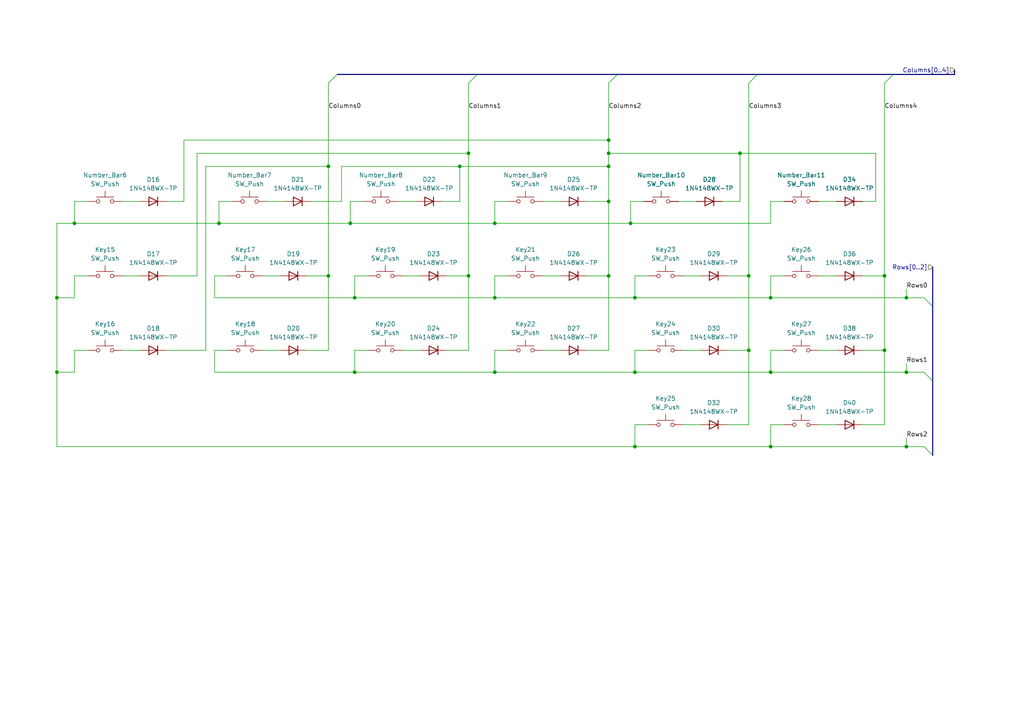
<source format=kicad_sch>
(kicad_sch (version 20250114) (generator "eeschema") (generator_version "9.0")
  (paper "A4")
  (title_block (title "Port Plover") (date "2025-07-28") (rev "0.1") (company "https://github.com/Bennett-Petzold/port_plover") (comment 1 "NO WARRANTY. See license.") (comment 2 "https://creativecommons.org/licenses/by-sa/4.0/") (comment 3 "© 2025. This work is openly licensed via CC BY-SA 4.0."))
  (lib_symbols
    (symbol "Diode:1N4148W" (pin_numbers (hide yes)) (pin_names (hide yes))
      (property "Reference" "D" (at 0 2.54 0))
      (property "Value" "1N4148W" (at 0 -2.54 0))
      (symbol "1N4148W_0_1"
        (polyline (pts (xy -1.27 1.27) (xy -1.27 -1.27)) (stroke (width 0.254)))
        (polyline (pts (xy 1.27 1.27) (xy 1.27 -1.27) (xy -1.27 0) (xy 1.27 1.27)) (stroke (width 0.254)))
        (polyline (pts (xy 1.27 0) (xy -1.27 0)))
      )
      (symbol "1N4148W_1_1"
        (pin passive line (at -3.81 0 0) (length 2.54) (name "K") (number "1"))
        (pin passive line (at 3.81 0 180) (length 2.54) (name "A") (number "2"))
      )
    )
    (symbol "Switch:SW_Push" (pin_numbers (hide yes)) (pin_names (offset 1.016) (hide yes))
      (property "Reference" "SW" (at 1.27 2.54 0))
      (property "Value" "SW_Push" (at 0 -1.524 0))
      (symbol "SW_Push_0_1"
        (circle (center -2.032 0) (radius 0.508))
        (polyline (pts (xy 0 1.27) (xy 0 3.048)))
        (circle (center 2.032 0) (radius 0.508))
        (polyline (pts (xy 2.54 1.27) (xy -2.54 1.27)))
        (pin passive line (at -5.08 0 0) (length 2.54) (name "1") (number "1"))
        (pin passive line (at 5.08 0 180) (length 2.54) (name "2") (number "2"))
      )
    )
  )
  (junction (at 102.87 107.95))
  (junction (at 262.89 129.54))
  (junction (at 217.17 80.01))
  (junction (at 217.17 101.6))
  (junction (at 176.53 48.26))
  (junction (at 95.25 80.01))
  (junction (at 184.15 129.54))
  (junction (at 133.35 48.26))
  (junction (at 95.25 48.26))
  (junction (at 176.53 58.42))
  (junction (at 223.52 107.95))
  (junction (at 262.89 107.95))
  (junction (at 101.6 64.77))
  (junction (at 176.53 80.01))
  (junction (at 184.15 86.36))
  (junction (at 16.51 86.36))
  (junction (at 256.54 101.6))
  (junction (at 223.52 86.36))
  (junction (at 184.15 107.95))
  (junction (at 143.51 107.95))
  (junction (at 16.51 107.95))
  (junction (at 223.52 129.54))
  (junction (at 21.59 64.77))
  (junction (at 214.63 44.45))
  (junction (at 102.87 86.36))
  (junction (at 262.89 86.36))
  (junction (at 176.53 40.64))
  (junction (at 143.51 64.77))
  (junction (at 182.88 64.77))
  (junction (at 63.5 64.77))
  (junction (at 143.51 86.36))
  (junction (at 135.89 80.01))
  (junction (at 135.89 44.45))
  (junction (at 176.53 44.45))
  (junction (at 256.54 80.01))
  (bus_entry (at 95.25 24.13) (size 2.54 -2.54))
  (bus_entry (at 217.17 24.13) (size 2.54 -2.54))
  (bus_entry (at 267.97 86.36) (size 2.54 2.54))
  (bus_entry (at 256.54 24.13) (size 2.54 -2.54))
  (bus_entry (at 135.89 24.13) (size 2.54 -2.54))
  (bus_entry (at 267.97 129.54) (size 2.54 2.54))
  (bus_entry (at 267.97 107.95) (size 2.54 2.54))
  (bus_entry (at 176.53 24.13) (size 2.54 -2.54))
  (wire (pts (xy 63.5 58.42) (xy 63.5 64.77)))
  (wire (pts (xy 135.89 80.01) (xy 129.54 80.01)))
  (wire (pts (xy 176.53 44.45) (xy 176.53 48.26)))
  (wire (pts (xy 102.87 86.36) (xy 143.51 86.36)))
  (wire (pts (xy 176.53 40.64) (xy 176.53 44.45)))
  (wire (pts (xy 21.59 64.77) (xy 16.51 64.77)))
  (wire (pts (xy 223.52 129.54) (xy 262.89 129.54)))
  (wire (pts (xy 81.28 101.6) (xy 76.2 101.6)))
  (wire (pts (xy 99.06 48.26) (xy 133.35 48.26)))
  (wire (pts (xy 16.51 107.95) (xy 16.51 129.54)))
  (wire (pts (xy 53.34 58.42) (xy 48.26 58.42)))
  (wire (pts (xy 217.17 123.19) (xy 217.17 101.6)))
  (wire (pts (xy 120.65 58.42) (xy 115.57 58.42)))
  (wire (pts (xy 256.54 24.13) (xy 256.54 80.01)))
  (wire (pts (xy 59.69 48.26) (xy 95.25 48.26)))
  (wire (pts (xy 176.53 44.45) (xy 214.63 44.45)))
  (wire (pts (xy 147.32 58.42) (xy 143.51 58.42)))
  (wire (pts (xy 62.23 107.95) (xy 102.87 107.95)))
  (wire (pts (xy 184.15 123.19) (xy 184.15 129.54)))
  (bus (pts (xy 270.51 77.47) (xy 270.51 88.9)))
  (wire (pts (xy 53.34 40.64) (xy 176.53 40.64)))
  (wire (pts (xy 25.4 80.01) (xy 21.59 80.01)))
  (bus (pts (xy 276.86 20.32) (xy 276.86 21.59)))
  (wire (pts (xy 105.41 58.42) (xy 101.6 58.42)))
  (wire (pts (xy 217.17 101.6) (xy 210.82 101.6)))
  (wire (pts (xy 53.34 58.42) (xy 53.34 40.64)))
  (wire (pts (xy 242.57 58.42) (xy 237.49 58.42)))
  (wire (pts (xy 143.51 58.42) (xy 143.51 64.77)))
  (wire (pts (xy 203.2 101.6) (xy 198.12 101.6)))
  (wire (pts (xy 57.15 44.45) (xy 135.89 44.45)))
  (wire (pts (xy 217.17 123.19) (xy 210.82 123.19)))
  (wire (pts (xy 101.6 58.42) (xy 101.6 64.77)))
  (wire (pts (xy 184.15 86.36) (xy 223.52 86.36)))
  (wire (pts (xy 256.54 101.6) (xy 256.54 80.01)))
  (wire (pts (xy 16.51 129.54) (xy 184.15 129.54)))
  (wire (pts (xy 25.4 58.42) (xy 21.59 58.42)))
  (wire (pts (xy 210.82 80.01) (xy 217.17 80.01)))
  (wire (pts (xy 227.33 80.01) (xy 223.52 80.01)))
  (wire (pts (xy 262.89 83.82) (xy 262.89 86.36)))
  (wire (pts (xy 63.5 64.77) (xy 21.59 64.77)))
  (wire (pts (xy 143.51 64.77) (xy 101.6 64.77)))
  (wire (pts (xy 128.27 58.42) (xy 133.35 58.42)))
  (wire (pts (xy 209.55 58.42) (xy 214.63 58.42)))
  (wire (pts (xy 184.15 101.6) (xy 184.15 107.95)))
  (wire (pts (xy 203.2 80.01) (xy 198.12 80.01)))
  (wire (pts (xy 66.04 101.6) (xy 62.23 101.6)))
  (wire (pts (xy 95.25 48.26) (xy 95.25 80.01)))
  (wire (pts (xy 57.15 80.01) (xy 57.15 44.45)))
  (wire (pts (xy 217.17 101.6) (xy 217.17 80.01)))
  (wire (pts (xy 66.04 80.01) (xy 62.23 80.01)))
  (wire (pts (xy 143.51 86.36) (xy 184.15 86.36)))
  (wire (pts (xy 182.88 64.77) (xy 223.52 64.77)))
  (wire (pts (xy 176.53 58.42) (xy 176.53 80.01)))
  (wire (pts (xy 95.25 24.13) (xy 95.25 48.26)))
  (wire (pts (xy 256.54 123.19) (xy 250.19 123.19)))
  (wire (pts (xy 90.17 58.42) (xy 99.06 58.42)))
  (bus (pts (xy 97.79 21.59) (xy 138.43 21.59)))
  (wire (pts (xy 16.51 107.95) (xy 21.59 107.95)))
  (wire (pts (xy 95.25 101.6) (xy 88.9 101.6)))
  (wire (pts (xy 182.88 58.42) (xy 182.88 64.77)))
  (wire (pts (xy 40.64 101.6) (xy 35.56 101.6)))
  (wire (pts (xy 184.15 129.54) (xy 223.52 129.54)))
  (wire (pts (xy 223.52 101.6) (xy 223.52 107.95)))
  (wire (pts (xy 62.23 86.36) (xy 102.87 86.36)))
  (wire (pts (xy 223.52 107.95) (xy 262.89 107.95)))
  (wire (pts (xy 25.4 101.6) (xy 21.59 101.6)))
  (wire (pts (xy 95.25 80.01) (xy 88.9 80.01)))
  (wire (pts (xy 176.53 24.13) (xy 176.53 40.64)))
  (wire (pts (xy 106.68 80.01) (xy 102.87 80.01)))
  (wire (pts (xy 176.53 101.6) (xy 176.53 80.01)))
  (wire (pts (xy 16.51 64.77) (xy 16.51 86.36)))
  (wire (pts (xy 143.51 101.6) (xy 143.51 107.95)))
  (wire (pts (xy 62.23 101.6) (xy 62.23 107.95)))
  (wire (pts (xy 187.96 80.01) (xy 184.15 80.01)))
  (wire (pts (xy 187.96 101.6) (xy 184.15 101.6)))
  (wire (pts (xy 223.52 123.19) (xy 223.52 129.54)))
  (wire (pts (xy 40.64 58.42) (xy 35.56 58.42)))
  (wire (pts (xy 59.69 101.6) (xy 59.69 48.26)))
  (wire (pts (xy 133.35 58.42) (xy 133.35 48.26)))
  (wire (pts (xy 254 44.45) (xy 254 58.42)))
  (wire (pts (xy 201.93 58.42) (xy 196.85 58.42)))
  (wire (pts (xy 223.52 58.42) (xy 223.52 64.77)))
  (wire (pts (xy 242.57 80.01) (xy 237.49 80.01)))
  (wire (pts (xy 16.51 86.36) (xy 21.59 86.36)))
  (wire (pts (xy 262.89 105.41) (xy 262.89 107.95)))
  (wire (pts (xy 135.89 44.45) (xy 135.89 80.01)))
  (wire (pts (xy 133.35 48.26) (xy 176.53 48.26)))
  (wire (pts (xy 95.25 101.6) (xy 95.25 80.01)))
  (wire (pts (xy 162.56 58.42) (xy 157.48 58.42)))
  (wire (pts (xy 21.59 80.01) (xy 21.59 86.36)))
  (wire (pts (xy 187.96 123.19) (xy 184.15 123.19)))
  (wire (pts (xy 81.28 80.01) (xy 76.2 80.01)))
  (wire (pts (xy 106.68 101.6) (xy 102.87 101.6)))
  (wire (pts (xy 184.15 80.01) (xy 184.15 86.36)))
  (wire (pts (xy 262.89 86.36) (xy 267.97 86.36)))
  (wire (pts (xy 102.87 101.6) (xy 102.87 107.95)))
  (wire (pts (xy 262.89 127) (xy 262.89 129.54)))
  (wire (pts (xy 256.54 123.19) (xy 256.54 101.6)))
  (wire (pts (xy 121.92 101.6) (xy 116.84 101.6)))
  (wire (pts (xy 250.19 80.01) (xy 256.54 80.01)))
  (wire (pts (xy 223.52 80.01) (xy 223.52 86.36)))
  (wire (pts (xy 135.89 24.13) (xy 135.89 44.45)))
  (wire (pts (xy 162.56 80.01) (xy 157.48 80.01)))
  (wire (pts (xy 256.54 101.6) (xy 250.19 101.6)))
  (wire (pts (xy 121.92 80.01) (xy 116.84 80.01)))
  (bus (pts (xy 276.86 21.59) (xy 259.08 21.59)))
  (bus (pts (xy 138.43 21.59) (xy 179.07 21.59)))
  (wire (pts (xy 262.89 107.95) (xy 267.97 107.95)))
  (wire (pts (xy 67.31 58.42) (xy 63.5 58.42)))
  (wire (pts (xy 242.57 101.6) (xy 237.49 101.6)))
  (wire (pts (xy 184.15 107.95) (xy 223.52 107.95)))
  (wire (pts (xy 57.15 80.01) (xy 48.26 80.01)))
  (wire (pts (xy 21.59 101.6) (xy 21.59 107.95)))
  (wire (pts (xy 143.51 80.01) (xy 143.51 86.36)))
  (wire (pts (xy 48.26 101.6) (xy 59.69 101.6)))
  (wire (pts (xy 214.63 44.45) (xy 214.63 58.42)))
  (wire (pts (xy 176.53 101.6) (xy 170.18 101.6)))
  (wire (pts (xy 147.32 80.01) (xy 143.51 80.01)))
  (wire (pts (xy 186.69 58.42) (xy 182.88 58.42)))
  (wire (pts (xy 176.53 80.01) (xy 170.18 80.01)))
  (wire (pts (xy 262.89 129.54) (xy 267.97 129.54)))
  (bus (pts (xy 179.07 21.59) (xy 219.71 21.59)))
  (wire (pts (xy 102.87 80.01) (xy 102.87 86.36)))
  (wire (pts (xy 223.52 86.36) (xy 262.89 86.36)))
  (wire (pts (xy 101.6 64.77) (xy 63.5 64.77)))
  (wire (pts (xy 143.51 64.77) (xy 182.88 64.77)))
  (wire (pts (xy 214.63 44.45) (xy 254 44.45)))
  (wire (pts (xy 203.2 123.19) (xy 198.12 123.19)))
  (wire (pts (xy 254 58.42) (xy 250.19 58.42)))
  (bus (pts (xy 270.51 110.49) (xy 270.51 132.08)))
  (wire (pts (xy 170.18 58.42) (xy 176.53 58.42)))
  (wire (pts (xy 176.53 48.26) (xy 176.53 58.42)))
  (wire (pts (xy 162.56 101.6) (xy 157.48 101.6)))
  (wire (pts (xy 227.33 123.19) (xy 223.52 123.19)))
  (wire (pts (xy 102.87 107.95) (xy 143.51 107.95)))
  (wire (pts (xy 82.55 58.42) (xy 77.47 58.42)))
  (wire (pts (xy 143.51 107.95) (xy 184.15 107.95)))
  (wire (pts (xy 16.51 86.36) (xy 16.51 107.95)))
  (wire (pts (xy 217.17 24.13) (xy 217.17 80.01)))
  (wire (pts (xy 227.33 101.6) (xy 223.52 101.6)))
  (wire (pts (xy 40.64 80.01) (xy 35.56 80.01)))
  (bus (pts (xy 219.71 21.59) (xy 259.08 21.59)))
  (wire (pts (xy 21.59 58.42) (xy 21.59 64.77)))
  (wire (pts (xy 135.89 101.6) (xy 129.54 101.6)))
  (wire (pts (xy 135.89 101.6) (xy 135.89 80.01)))
  (wire (pts (xy 242.57 123.19) (xy 237.49 123.19)))
  (wire (pts (xy 62.23 80.01) (xy 62.23 86.36)))
  (bus (pts (xy 270.51 88.9) (xy 270.51 110.49)))
  (wire (pts (xy 99.06 58.42) (xy 99.06 48.26)))
  (wire (pts (xy 147.32 101.6) (xy 143.51 101.6)))
  (wire (pts (xy 227.33 58.42) (xy 223.52 58.42)))
  (label "Columns4" (at 256.54 31.75 0))
  (label "Columns1" (at 135.89 31.75 0))
  (label "Columns0" (at 95.25 31.75 0))
  (label "Columns3" (at 217.17 31.75 0))
  (label "Rows1" (at 262.89 105.41 0))
  (label "Columns2" (at 176.53 31.75 0))
  (label "Rows2" (at 262.89 127 0))
  (label "Rows0" (at 262.89 83.82 0))
  (hierarchical_label "Columns[0..4]" (shape input) (at 276.86 20.32 180))
  (hierarchical_label "Rows[0..2]" (shape input) (at 270.51 77.47 180))
  (symbol (lib_id "Diode:1N4148W") (at 166.37 101.6 180) (unit 1)
    (property "Reference" "D27" (at 166.37 95.25 0))
    (property "Value" "1N4148WX-TP" (at 166.37 97.79 0))
    (property "Footprint" "Diode_SMD:D_SOD-123" (effects (hide yes)))
    (property "Datasheet" "https://www.mccsemi.com/pdf/Products/1N4148WX(SOD-323).pdf" (effects (hide yes)))
    (property "Description" "75V 0.15A Fast Switching Diode, SOD-123" (effects (hide yes)))
    (property "Sim.Device" "D" (effects (hide yes)))
    (property "Sim.Pins" "1=K 2=A" (effects (hide yes)))
  )
  (symbol (lib_id "Switch:SW_Push") (at 152.4 58.42 0) (unit 1)
    (property "Reference" "Number_Bar9" (at 152.4 50.8 0))
    (property "Value" "SW_Push" (at 152.4 53.34 0))
    (property "Footprint" "PCM_Switch_Keyboard_Cherry_MX:SW_Cherry_MX_PCB" (effects (hide yes)))
    (property "Description" "Push button switch, generic, two pins" (effects (hide yes)))
    (property "Sim.Device" "SW" (effects (hide yes)))
    (property "Sim.Type" "V" (effects (hide yes)))
    (property "Sim.Pins" "1=ctrl+ 2=ctrl-" (effects (hide yes)))
    (property "Sim.Params" "ic=off" (effects (hide yes)))
  )
  (symbol (lib_id "Diode:1N4148W") (at 166.37 80.01 180) (unit 1)
    (property "Reference" "D26" (at 166.37 73.66 0))
    (property "Value" "1N4148WX-TP" (at 166.37 76.2 0))
    (property "Footprint" "Diode_SMD:D_SOD-123" (effects (hide yes)))
    (property "Datasheet" "https://www.mccsemi.com/pdf/Products/1N4148WX(SOD-323).pdf" (effects (hide yes)))
    (property "Description" "75V 0.15A Fast Switching Diode, SOD-123" (effects (hide yes)))
    (property "Sim.Device" "D" (effects (hide yes)))
    (property "Sim.Pins" "1=K 2=A" (effects (hide yes)))
  )
  (symbol (lib_id "Switch:SW_Push") (at 30.48 80.01 0) (unit 1)
    (property "Reference" "Key15" (at 30.48 72.39 0))
    (property "Value" "SW_Push" (at 30.48 74.93 0))
    (property "Footprint" "PCM_Switch_Keyboard_Cherry_MX:SW_Cherry_MX_PCB" (effects (hide yes)))
    (property "Description" "Push button switch, generic, two pins" (effects (hide yes)))
    (property "Sim.Device" "SW" (effects (hide yes)))
    (property "Sim.Type" "V" (effects (hide yes)))
    (property "Sim.Pins" "1=ctrl+ 2=ctrl-" (effects (hide yes)))
    (property "Sim.Params" "ic=off" (effects (hide yes)))
  )
  (symbol (lib_id "Diode:1N4148W") (at 86.36 58.42 180) (unit 1)
    (property "Reference" "D21" (at 86.36 52.07 0))
    (property "Value" "1N4148WX-TP" (at 86.36 54.61 0))
    (property "Footprint" "Diode_SMD:D_SOD-123" (effects (hide yes)))
    (property "Datasheet" "https://www.mccsemi.com/pdf/Products/1N4148WX(SOD-323).pdf" (effects (hide yes)))
    (property "Description" "75V 0.15A Fast Switching Diode, SOD-123" (effects (hide yes)))
    (property "Sim.Device" "D" (effects (hide yes)))
    (property "Sim.Pins" "1=K 2=A" (effects (hide yes)))
  )
  (symbol (lib_id "Diode:1N4148W") (at 207.01 80.01 180) (unit 1)
    (property "Reference" "D29" (at 207.01 73.66 0))
    (property "Value" "1N4148WX-TP" (at 207.01 76.2 0))
    (property "Footprint" "Diode_SMD:D_SOD-123" (effects (hide yes)))
    (property "Datasheet" "https://www.mccsemi.com/pdf/Products/1N4148WX(SOD-323).pdf" (effects (hide yes)))
    (property "Description" "75V 0.15A Fast Switching Diode, SOD-123" (effects (hide yes)))
    (property "Sim.Device" "D" (effects (hide yes)))
    (property "Sim.Pins" "1=K 2=A" (effects (hide yes)))
  )
  (symbol (lib_id "Switch:SW_Push") (at 152.4 80.01 0) (unit 1)
    (property "Reference" "Key21" (at 152.4 72.39 0))
    (property "Value" "SW_Push" (at 152.4 74.93 0))
    (property "Footprint" "PCM_Switch_Keyboard_Cherry_MX:SW_Cherry_MX_PCB" (effects (hide yes)))
    (property "Description" "Push button switch, generic, two pins" (effects (hide yes)))
    (property "Sim.Device" "SW" (effects (hide yes)))
    (property "Sim.Type" "V" (effects (hide yes)))
    (property "Sim.Pins" "1=ctrl+ 2=ctrl-" (effects (hide yes)))
    (property "Sim.Params" "ic=off" (effects (hide yes)))
  )
  (symbol (lib_id "Switch:SW_Push") (at 111.76 101.6 0) (unit 1)
    (property "Reference" "Key20" (at 111.76 93.98 0))
    (property "Value" "SW_Push" (at 111.76 96.52 0))
    (property "Footprint" "PCM_Switch_Keyboard_Cherry_MX:SW_Cherry_MX_PCB" (effects (hide yes)))
    (property "Description" "Push button switch, generic, two pins" (effects (hide yes)))
    (property "Sim.Device" "SW" (effects (hide yes)))
    (property "Sim.Type" "V" (effects (hide yes)))
    (property "Sim.Pins" "1=ctrl+ 2=ctrl-" (effects (hide yes)))
    (property "Sim.Params" "ic=off" (effects (hide yes)))
  )
  (symbol (lib_id "Diode:1N4148W") (at 246.38 101.6 180) (unit 1)
    (property "Reference" "D38" (at 246.38 95.25 0))
    (property "Value" "1N4148WX-TP" (at 246.38 97.79 0))
    (property "Footprint" "Diode_SMD:D_SOD-123" (effects (hide yes)))
    (property "Datasheet" "https://www.mccsemi.com/pdf/Products/1N4148WX(SOD-323).pdf" (effects (hide yes)))
    (property "Description" "75V 0.15A Fast Switching Diode, SOD-123" (effects (hide yes)))
    (property "Sim.Device" "D" (effects (hide yes)))
    (property "Sim.Pins" "1=K 2=A" (effects (hide yes)))
  )
  (symbol (lib_id "Switch:SW_Push") (at 110.49 58.42 0) (unit 1)
    (property "Reference" "Number_Bar8" (at 110.49 50.8 0))
    (property "Value" "SW_Push" (at 110.49 53.34 0))
    (property "Footprint" "PCM_Switch_Keyboard_Cherry_MX:SW_Cherry_MX_PCB" (effects (hide yes)))
    (property "Description" "Push button switch, generic, two pins" (effects (hide yes)))
    (property "Sim.Device" "SW" (effects (hide yes)))
    (property "Sim.Type" "V" (effects (hide yes)))
    (property "Sim.Pins" "1=ctrl+ 2=ctrl-" (effects (hide yes)))
    (property "Sim.Params" "ic=off" (effects (hide yes)))
  )
  (symbol (lib_id "Diode:1N4148W") (at 44.45 80.01 180) (unit 1)
    (property "Reference" "D17" (at 44.45 73.66 0))
    (property "Value" "1N4148WX-TP" (at 44.45 76.2 0))
    (property "Footprint" "Diode_SMD:D_SOD-123" (effects (hide yes)))
    (property "Datasheet" "https://www.mccsemi.com/pdf/Products/1N4148WX(SOD-323).pdf" (effects (hide yes)))
    (property "Description" "75V 0.15A Fast Switching Diode, SOD-123" (effects (hide yes)))
    (property "Sim.Device" "D" (effects (hide yes)))
    (property "Sim.Pins" "1=K 2=A" (effects (hide yes)))
  )
  (symbol (lib_id "Switch:SW_Push") (at 30.48 101.6 0) (unit 1)
    (property "Reference" "Key16" (at 30.48 93.98 0))
    (property "Value" "SW_Push" (at 30.48 96.52 0))
    (property "Footprint" "PCM_Switch_Keyboard_Cherry_MX:SW_Cherry_MX_PCB" (effects (hide yes)))
    (property "Description" "Push button switch, generic, two pins" (effects (hide yes)))
    (property "Sim.Device" "SW" (effects (hide yes)))
    (property "Sim.Type" "V" (effects (hide yes)))
    (property "Sim.Pins" "1=ctrl+ 2=ctrl-" (effects (hide yes)))
    (property "Sim.Params" "ic=off" (effects (hide yes)))
  )
  (symbol (lib_id "Switch:SW_Push") (at 71.12 101.6 0) (unit 1)
    (property "Reference" "Key18" (at 71.12 93.98 0))
    (property "Value" "SW_Push" (at 71.12 96.52 0))
    (property "Footprint" "PCM_Switch_Keyboard_Cherry_MX:SW_Cherry_MX_PCB" (effects (hide yes)))
    (property "Description" "Push button switch, generic, two pins" (effects (hide yes)))
    (property "Sim.Device" "SW" (effects (hide yes)))
    (property "Sim.Type" "V" (effects (hide yes)))
    (property "Sim.Pins" "1=ctrl+ 2=ctrl-" (effects (hide yes)))
    (property "Sim.Params" "ic=off" (effects (hide yes)))
  )
  (symbol (lib_id "Diode:1N4148W") (at 85.09 80.01 180) (unit 1)
    (property "Reference" "D19" (at 85.09 73.66 0))
    (property "Value" "1N4148WX-TP" (at 85.09 76.2 0))
    (property "Footprint" "Diode_SMD:D_SOD-123" (effects (hide yes)))
    (property "Datasheet" "https://www.mccsemi.com/pdf/Products/1N4148WX(SOD-323).pdf" (effects (hide yes)))
    (property "Description" "75V 0.15A Fast Switching Diode, SOD-123" (effects (hide yes)))
    (property "Sim.Device" "D" (effects (hide yes)))
    (property "Sim.Pins" "1=K 2=A" (effects (hide yes)))
  )
  (symbol (lib_id "Switch:SW_Push") (at 193.04 123.19 0) (unit 1)
    (property "Reference" "Key25" (at 193.04 115.57 0))
    (property "Value" "SW_Push" (at 193.04 118.11 0))
    (property "Footprint" "PCM_Switch_Keyboard_Cherry_MX:SW_Cherry_MX_PCB" (effects (hide yes)))
    (property "Description" "Push button switch, generic, two pins" (effects (hide yes)))
    (property "Sim.Device" "SW" (effects (hide yes)))
    (property "Sim.Type" "V" (effects (hide yes)))
    (property "Sim.Pins" "1=ctrl+ 2=ctrl-" (effects (hide yes)))
    (property "Sim.Params" "ic=off" (effects (hide yes)))
  )
  (symbol (lib_id "Diode:1N4148W") (at 166.37 58.42 180) (unit 1)
    (property "Reference" "D25" (at 166.37 52.07 0))
    (property "Value" "1N4148WX-TP" (at 166.37 54.61 0))
    (property "Footprint" "Diode_SMD:D_SOD-123" (effects (hide yes)))
    (property "Datasheet" "https://www.mccsemi.com/pdf/Products/1N4148WX(SOD-323).pdf" (effects (hide yes)))
    (property "Description" "75V 0.15A Fast Switching Diode, SOD-123" (effects (hide yes)))
    (property "Sim.Device" "D" (effects (hide yes)))
    (property "Sim.Pins" "1=K 2=A" (effects (hide yes)))
  )
  (symbol (lib_id "Diode:1N4148W") (at 246.38 80.01 180) (unit 1)
    (property "Reference" "D36" (at 246.38 73.66 0))
    (property "Value" "1N4148WX-TP" (at 246.38 76.2 0))
    (property "Footprint" "Diode_SMD:D_SOD-123" (effects (hide yes)))
    (property "Datasheet" "https://www.mccsemi.com/pdf/Products/1N4148WX(SOD-323).pdf" (effects (hide yes)))
    (property "Description" "75V 0.15A Fast Switching Diode, SOD-123" (effects (hide yes)))
    (property "Sim.Device" "D" (effects (hide yes)))
    (property "Sim.Pins" "1=K 2=A" (effects (hide yes)))
  )
  (symbol (lib_id "Switch:SW_Push") (at 193.04 101.6 0) (unit 1)
    (property "Reference" "Key24" (at 193.04 93.98 0))
    (property "Value" "SW_Push" (at 193.04 96.52 0))
    (property "Footprint" "PCM_Switch_Keyboard_Cherry_MX:SW_Cherry_MX_PCB" (effects (hide yes)))
    (property "Description" "Push button switch, generic, two pins" (effects (hide yes)))
    (property "Sim.Device" "SW" (effects (hide yes)))
    (property "Sim.Type" "V" (effects (hide yes)))
    (property "Sim.Pins" "1=ctrl+ 2=ctrl-" (effects (hide yes)))
    (property "Sim.Params" "ic=off" (effects (hide yes)))
  )
  (symbol (lib_id "Switch:SW_Push") (at 152.4 101.6 0) (unit 1)
    (property "Reference" "Key22" (at 152.4 93.98 0))
    (property "Value" "SW_Push" (at 152.4 96.52 0))
    (property "Footprint" "PCM_Switch_Keyboard_Cherry_MX:SW_Cherry_MX_PCB" (effects (hide yes)))
    (property "Description" "Push button switch, generic, two pins" (effects (hide yes)))
    (property "Sim.Device" "SW" (effects (hide yes)))
    (property "Sim.Type" "V" (effects (hide yes)))
    (property "Sim.Pins" "1=ctrl+ 2=ctrl-" (effects (hide yes)))
    (property "Sim.Params" "ic=off" (effects (hide yes)))
  )
  (symbol (lib_id "Diode:1N4148W") (at 125.73 101.6 180) (unit 1)
    (property "Reference" "D24" (at 125.73 95.25 0))
    (property "Value" "1N4148WX-TP" (at 125.73 97.79 0))
    (property "Footprint" "Diode_SMD:D_SOD-123" (effects (hide yes)))
    (property "Datasheet" "https://www.mccsemi.com/pdf/Products/1N4148WX(SOD-323).pdf" (effects (hide yes)))
    (property "Description" "75V 0.15A Fast Switching Diode, SOD-123" (effects (hide yes)))
    (property "Sim.Device" "D" (effects (hide yes)))
    (property "Sim.Pins" "1=K 2=A" (effects (hide yes)))
  )
  (symbol (lib_id "Switch:SW_Push") (at 232.41 80.01 0) (unit 1)
    (property "Reference" "Key26" (at 232.41 72.39 0))
    (property "Value" "SW_Push" (at 232.41 74.93 0))
    (property "Footprint" "PCM_Switch_Keyboard_Cherry_MX:SW_Cherry_MX_PCB" (effects (hide yes)))
    (property "Description" "Push button switch, generic, two pins" (effects (hide yes)))
    (property "Sim.Device" "SW" (effects (hide yes)))
    (property "Sim.Type" "V" (effects (hide yes)))
    (property "Sim.Pins" "1=ctrl+ 2=ctrl-" (effects (hide yes)))
    (property "Sim.Params" "ic=off" (effects (hide yes)))
  )
  (symbol (lib_id "Diode:1N4148W") (at 85.09 101.6 180) (unit 1)
    (property "Reference" "D20" (at 85.09 95.25 0))
    (property "Value" "1N4148WX-TP" (at 85.09 97.79 0))
    (property "Footprint" "Diode_SMD:D_SOD-123" (effects (hide yes)))
    (property "Datasheet" "https://www.mccsemi.com/pdf/Products/1N4148WX(SOD-323).pdf" (effects (hide yes)))
    (property "Description" "75V 0.15A Fast Switching Diode, SOD-123" (effects (hide yes)))
    (property "Sim.Device" "D" (effects (hide yes)))
    (property "Sim.Pins" "1=K 2=A" (effects (hide yes)))
  )
  (symbol (lib_id "Diode:1N4148W") (at 125.73 80.01 180) (unit 1)
    (property "Reference" "D23" (at 125.73 73.66 0))
    (property "Value" "1N4148WX-TP" (at 125.73 76.2 0))
    (property "Footprint" "Diode_SMD:D_SOD-123" (effects (hide yes)))
    (property "Datasheet" "https://www.mccsemi.com/pdf/Products/1N4148WX(SOD-323).pdf" (effects (hide yes)))
    (property "Description" "75V 0.15A Fast Switching Diode, SOD-123" (effects (hide yes)))
    (property "Sim.Device" "D" (effects (hide yes)))
    (property "Sim.Pins" "1=K 2=A" (effects (hide yes)))
  )
  (symbol (lib_id "Switch:SW_Push") (at 72.39 58.42 0) (unit 1)
    (property "Reference" "Number_Bar7" (at 72.39 50.8 0))
    (property "Value" "SW_Push" (at 72.39 53.34 0))
    (property "Footprint" "PCM_Switch_Keyboard_Cherry_MX:SW_Cherry_MX_PCB" (effects (hide yes)))
    (property "Description" "Push button switch, generic, two pins" (effects (hide yes)))
    (property "Sim.Device" "SW" (effects (hide yes)))
    (property "Sim.Type" "V" (effects (hide yes)))
    (property "Sim.Pins" "1=ctrl+ 2=ctrl-" (effects (hide yes)))
    (property "Sim.Params" "ic=off" (effects (hide yes)))
  )
  (symbol (lib_id "Switch:SW_Push") (at 232.41 101.6 0) (unit 1)
    (property "Reference" "Key27" (at 232.41 93.98 0))
    (property "Value" "SW_Push" (at 232.41 96.52 0))
    (property "Footprint" "PCM_Switch_Keyboard_Cherry_MX:SW_Cherry_MX_PCB" (effects (hide yes)))
    (property "Description" "Push button switch, generic, two pins" (effects (hide yes)))
    (property "Sim.Device" "SW" (effects (hide yes)))
    (property "Sim.Type" "V" (effects (hide yes)))
    (property "Sim.Pins" "1=ctrl+ 2=ctrl-" (effects (hide yes)))
    (property "Sim.Params" "ic=off" (effects (hide yes)))
  )
  (symbol (lib_id "Diode:1N4148W") (at 44.45 58.42 180) (unit 1)
    (property "Reference" "D16" (at 44.45 52.07 0))
    (property "Value" "1N4148WX-TP" (at 44.45 54.61 0))
    (property "Footprint" "Diode_SMD:D_SOD-123" (effects (hide yes)))
    (property "Datasheet" "https://www.mccsemi.com/pdf/Products/1N4148WX(SOD-323).pdf" (effects (hide yes)))
    (property "Description" "75V 0.15A Fast Switching Diode, SOD-123" (effects (hide yes)))
    (property "Sim.Device" "D" (effects (hide yes)))
    (property "Sim.Pins" "1=K 2=A" (effects (hide yes)))
  )
  (symbol (lib_id "Switch:SW_Push") (at 111.76 80.01 0) (unit 1)
    (property "Reference" "Key19" (at 111.76 72.39 0))
    (property "Value" "SW_Push" (at 111.76 74.93 0))
    (property "Footprint" "PCM_Switch_Keyboard_Cherry_MX:SW_Cherry_MX_PCB" (effects (hide yes)))
    (property "Description" "Push button switch, generic, two pins" (effects (hide yes)))
    (property "Sim.Device" "SW" (effects (hide yes)))
    (property "Sim.Type" "V" (effects (hide yes)))
    (property "Sim.Pins" "1=ctrl+ 2=ctrl-" (effects (hide yes)))
    (property "Sim.Params" "ic=off" (effects (hide yes)))
  )
  (symbol (lib_id "Diode:1N4148W") (at 246.38 58.42 180) (unit 1)
    (property "Reference" "D34" (at 246.38 52.07 0))
    (property "Value" "1N4148WX-TP" (at 246.38 54.61 0))
    (property "Footprint" "Diode_SMD:D_SOD-123" (effects (hide yes)))
    (property "Datasheet" "https://www.mccsemi.com/pdf/Products/1N4148WX(SOD-323).pdf" (effects (hide yes)))
    (property "Description" "75V 0.15A Fast Switching Diode, SOD-123" (effects (hide yes)))
    (property "Sim.Device" "D" (effects (hide yes)))
    (property "Sim.Pins" "1=K 2=A" (effects (hide yes)))
  )
  (symbol (lib_id "Diode:1N4148W") (at 207.01 123.19 180) (unit 1)
    (property "Reference" "D32" (at 207.01 116.84 0))
    (property "Value" "1N4148WX-TP" (at 207.01 119.38 0))
    (property "Footprint" "Diode_SMD:D_SOD-123" (effects (hide yes)))
    (property "Datasheet" "https://www.mccsemi.com/pdf/Products/1N4148WX(SOD-323).pdf" (effects (hide yes)))
    (property "Description" "75V 0.15A Fast Switching Diode, SOD-123" (effects (hide yes)))
    (property "Sim.Device" "D" (effects (hide yes)))
    (property "Sim.Pins" "1=K 2=A" (effects (hide yes)))
  )
  (symbol (lib_id "Diode:1N4148W") (at 124.46 58.42 180) (unit 1)
    (property "Reference" "D22" (at 124.46 52.07 0))
    (property "Value" "1N4148WX-TP" (at 124.46 54.61 0))
    (property "Footprint" "Diode_SMD:D_SOD-123" (effects (hide yes)))
    (property "Datasheet" "https://www.mccsemi.com/pdf/Products/1N4148WX(SOD-323).pdf" (effects (hide yes)))
    (property "Description" "75V 0.15A Fast Switching Diode, SOD-123" (effects (hide yes)))
    (property "Sim.Device" "D" (effects (hide yes)))
    (property "Sim.Pins" "1=K 2=A" (effects (hide yes)))
  )
  (symbol (lib_id "Diode:1N4148W") (at 246.38 123.19 180) (unit 1)
    (property "Reference" "D40" (at 246.38 116.84 0))
    (property "Value" "1N4148WX-TP" (at 246.38 119.38 0))
    (property "Footprint" "Diode_SMD:D_SOD-123" (effects (hide yes)))
    (property "Datasheet" "https://www.mccsemi.com/pdf/Products/1N4148WX(SOD-323).pdf" (effects (hide yes)))
    (property "Description" "75V 0.15A Fast Switching Diode, SOD-123" (effects (hide yes)))
    (property "Sim.Device" "D" (effects (hide yes)))
    (property "Sim.Pins" "1=K 2=A" (effects (hide yes)))
  )
  (symbol (lib_id "Diode:1N4148W") (at 207.01 101.6 180) (unit 1)
    (property "Reference" "D30" (at 207.01 95.25 0))
    (property "Value" "1N4148WX-TP" (at 207.01 97.79 0))
    (property "Footprint" "Diode_SMD:D_SOD-123" (effects (hide yes)))
    (property "Datasheet" "https://www.mccsemi.com/pdf/Products/1N4148WX(SOD-323).pdf" (effects (hide yes)))
    (property "Description" "75V 0.15A Fast Switching Diode, SOD-123" (effects (hide yes)))
    (property "Sim.Device" "D" (effects (hide yes)))
    (property "Sim.Pins" "1=K 2=A" (effects (hide yes)))
  )
  (symbol (lib_id "Switch:SW_Push") (at 71.12 80.01 0) (unit 1)
    (property "Reference" "Key17" (at 71.12 72.39 0))
    (property "Value" "SW_Push" (at 71.12 74.93 0))
    (property "Footprint" "PCM_Switch_Keyboard_Cherry_MX:SW_Cherry_MX_PCB" (effects (hide yes)))
    (property "Description" "Push button switch, generic, two pins" (effects (hide yes)))
    (property "Sim.Device" "SW" (effects (hide yes)))
    (property "Sim.Type" "V" (effects (hide yes)))
    (property "Sim.Pins" "1=ctrl+ 2=ctrl-" (effects (hide yes)))
    (property "Sim.Params" "ic=off" (effects (hide yes)))
  )
  (symbol (lib_id "Switch:SW_Push") (at 193.04 80.01 0) (unit 1)
    (property "Reference" "Key23" (at 193.04 72.39 0))
    (property "Value" "SW_Push" (at 193.04 74.93 0))
    (property "Footprint" "PCM_Switch_Keyboard_Cherry_MX:SW_Cherry_MX_PCB" (effects (hide yes)))
    (property "Description" "Push button switch, generic, two pins" (effects (hide yes)))
    (property "Sim.Device" "SW" (effects (hide yes)))
    (property "Sim.Type" "V" (effects (hide yes)))
    (property "Sim.Pins" "1=ctrl+ 2=ctrl-" (effects (hide yes)))
    (property "Sim.Params" "ic=off" (effects (hide yes)))
  )
  (symbol (lib_id "Switch:SW_Push") (at 232.41 123.19 0) (unit 1)
    (property "Reference" "Key28" (at 232.41 115.57 0))
    (property "Value" "SW_Push" (at 232.41 118.11 0))
    (property "Footprint" "PCM_Switch_Keyboard_Cherry_MX:SW_Cherry_MX_PCB" (effects (hide yes)))
    (property "Description" "Push button switch, generic, two pins" (effects (hide yes)))
    (property "Sim.Device" "SW" (effects (hide yes)))
    (property "Sim.Type" "V" (effects (hide yes)))
    (property "Sim.Pins" "1=ctrl+ 2=ctrl-" (effects (hide yes)))
    (property "Sim.Params" "ic=off" (effects (hide yes)))
  )
  (symbol (lib_id "Switch:SW_Push") (at 30.48 58.42 0) (unit 1)
    (property "Reference" "Number_Bar6" (at 30.48 50.8 0))
    (property "Value" "SW_Push" (at 30.48 53.34 0))
    (property "Footprint" "PCM_Switch_Keyboard_Cherry_MX:SW_Cherry_MX_PCB" (effects (hide yes)))
    (property "Description" "Push button switch, generic, two pins" (effects (hide yes)))
    (property "Sim.Device" "SW" (effects (hide yes)))
    (property "Sim.Type" "V" (effects (hide yes)))
    (property "Sim.Pins" "1=ctrl+ 2=ctrl-" (effects (hide yes)))
    (property "Sim.Params" "ic=off" (effects (hide yes)))
  )
  (symbol (lib_id "Diode:1N4148W") (at 44.45 101.6 180) (unit 1)
    (property "Reference" "D18" (at 44.45 95.25 0))
    (property "Value" "1N4148WX-TP" (at 44.45 97.79 0))
    (property "Footprint" "Diode_SMD:D_SOD-123" (effects (hide yes)))
    (property "Datasheet" "https://www.mccsemi.com/pdf/Products/1N4148WX(SOD-323).pdf" (effects (hide yes)))
    (property "Description" "75V 0.15A Fast Switching Diode, SOD-123" (effects (hide yes)))
    (property "Sim.Device" "D" (effects (hide yes)))
    (property "Sim.Pins" "1=K 2=A" (effects (hide yes)))
  )
  (symbol (lib_id "Diode:1N4148W") (at 205.74 58.42 180) (unit 1)
    (property "Reference" "D28" (at 205.74 52.07 0))
    (property "Value" "1N4148WX-TP" (at 205.74 54.61 0))
    (property "Footprint" "Diode_SMD:D_SOD-123" (effects (hide yes)))
    (property "Datasheet" "https://www.mccsemi.com/pdf/Products/1N4148WX(SOD-323).pdf" (effects (hide yes)))
    (property "Description" "75V 0.15A Fast Switching Diode, SOD-123" (effects (hide yes)))
    (property "Sim.Device" "D" (effects (hide yes)))
    (property "Sim.Pins" "1=K 2=A" (effects (hide yes)))
  )
  (symbol (lib_id "Switch:SW_Push") (at 232.41 58.42 0) (unit 1)
    (property "Reference" "Number_Bar11" (at 232.41 50.8 0))
    (property "Value" "SW_Push" (at 232.41 53.34 0))
    (property "Footprint" "PCM_Switch_Keyboard_Cherry_MX:SW_Cherry_MX_PCB" (effects (hide yes)))
    (property "Description" "Push button switch, generic, two pins" (effects (hide yes)))
    (property "Sim.Device" "SW" (effects (hide yes)))
    (property "Sim.Type" "V" (effects (hide yes)))
    (property "Sim.Pins" "1=ctrl+ 2=ctrl-" (effects (hide yes)))
    (property "Sim.Params" "ic=off" (effects (hide yes)))
  )
  (symbol (lib_id "Switch:SW_Push") (at 191.77 58.42 0) (unit 1)
    (property "Reference" "Number_Bar10" (at 191.77 50.8 0))
    (property "Value" "SW_Push" (at 191.77 53.34 0))
    (property "Footprint" "PCM_Switch_Keyboard_Cherry_MX:SW_Cherry_MX_PCB" (effects (hide yes)))
    (property "Description" "Push button switch, generic, two pins" (effects (hide yes)))
    (property "Sim.Device" "SW" (effects (hide yes)))
    (property "Sim.Type" "V" (effects (hide yes)))
    (property "Sim.Pins" "1=ctrl+ 2=ctrl-" (effects (hide yes)))
    (property "Sim.Params" "ic=off" (effects (hide yes)))
  )
)
</source>
